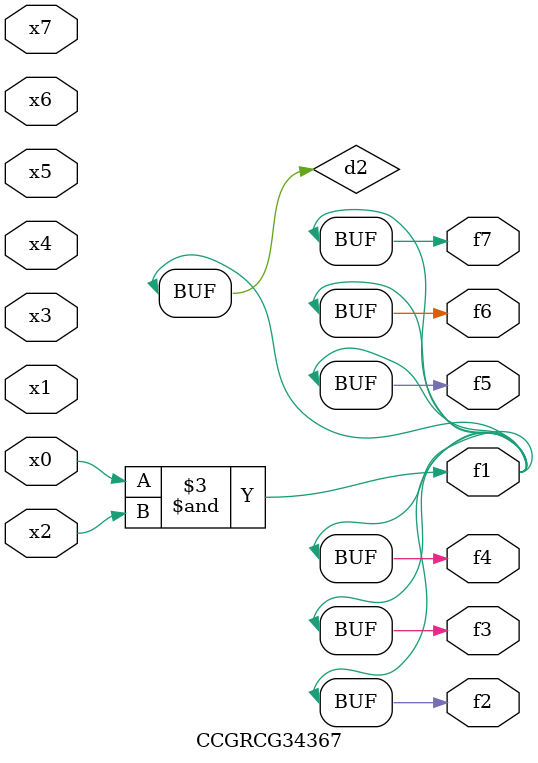
<source format=v>
module CCGRCG34367(
	input x0, x1, x2, x3, x4, x5, x6, x7,
	output f1, f2, f3, f4, f5, f6, f7
);

	wire d1, d2;

	nor (d1, x3, x6);
	and (d2, x0, x2);
	assign f1 = d2;
	assign f2 = d2;
	assign f3 = d2;
	assign f4 = d2;
	assign f5 = d2;
	assign f6 = d2;
	assign f7 = d2;
endmodule

</source>
